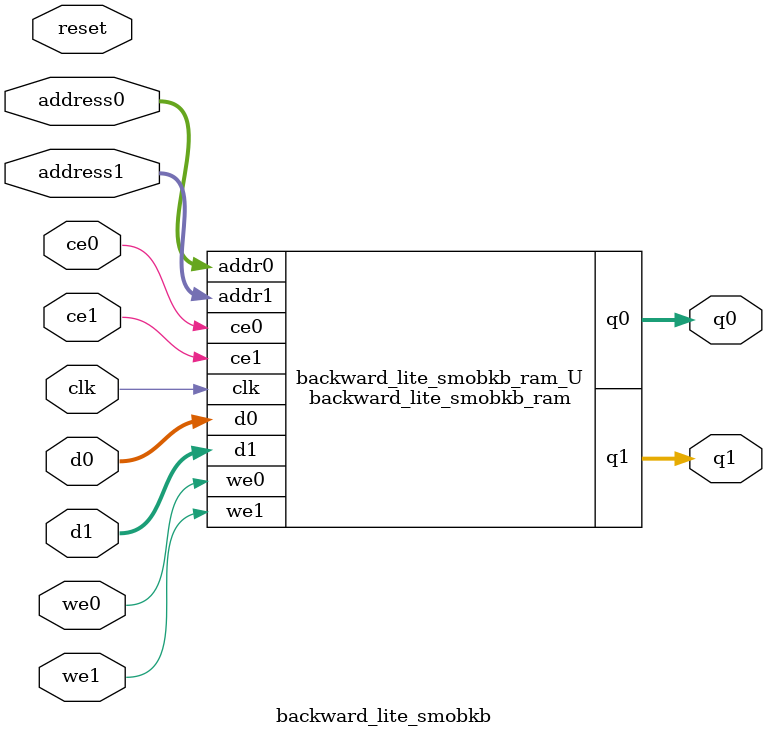
<source format=v>

`timescale 1 ns / 1 ps
module backward_lite_smobkb_ram (addr0, ce0, d0, we0, q0, addr1, ce1, d1, we1, q1,  clk);

parameter DWIDTH = 32;
parameter AWIDTH = 5;
parameter MEM_SIZE = 32;

input[AWIDTH-1:0] addr0;
input ce0;
input[DWIDTH-1:0] d0;
input we0;
output reg[DWIDTH-1:0] q0;
input[AWIDTH-1:0] addr1;
input ce1;
input[DWIDTH-1:0] d1;
input we1;
output reg[DWIDTH-1:0] q1;
input clk;

(* ram_style = "block" *)reg [DWIDTH-1:0] ram[0:MEM_SIZE-1];




always @(posedge clk)  
begin 
    if (ce0) 
    begin
        if (we0) 
        begin 
            ram[addr0] <= d0; 
            q0 <= d0;
        end 
        else 
            q0 <= ram[addr0];
    end
end


always @(posedge clk)  
begin 
    if (ce1) 
    begin
        if (we1) 
        begin 
            ram[addr1] <= d1; 
            q1 <= d1;
        end 
        else 
            q1 <= ram[addr1];
    end
end


endmodule


`timescale 1 ns / 1 ps
module backward_lite_smobkb(
    reset,
    clk,
    address0,
    ce0,
    we0,
    d0,
    q0,
    address1,
    ce1,
    we1,
    d1,
    q1);

parameter DataWidth = 32'd32;
parameter AddressRange = 32'd32;
parameter AddressWidth = 32'd5;
input reset;
input clk;
input[AddressWidth - 1:0] address0;
input ce0;
input we0;
input[DataWidth - 1:0] d0;
output[DataWidth - 1:0] q0;
input[AddressWidth - 1:0] address1;
input ce1;
input we1;
input[DataWidth - 1:0] d1;
output[DataWidth - 1:0] q1;



backward_lite_smobkb_ram backward_lite_smobkb_ram_U(
    .clk( clk ),
    .addr0( address0 ),
    .ce0( ce0 ),
    .we0( we0 ),
    .d0( d0 ),
    .q0( q0 ),
    .addr1( address1 ),
    .ce1( ce1 ),
    .we1( we1 ),
    .d1( d1 ),
    .q1( q1 ));

endmodule


</source>
